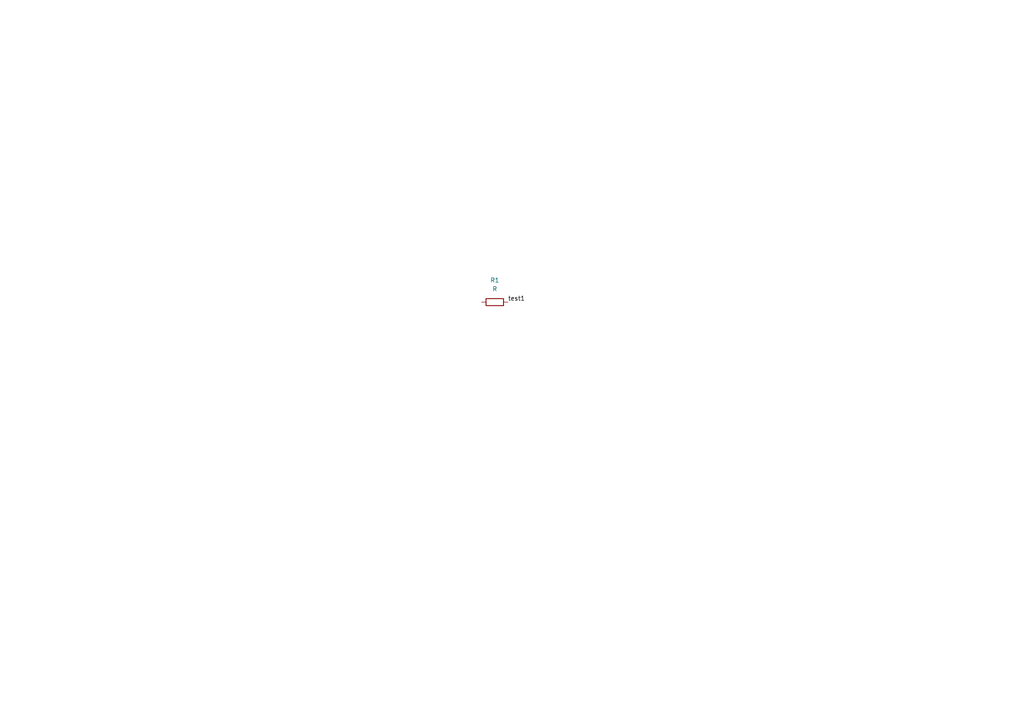
<source format=kicad_sch>
(kicad_sch (version 20250114) (generator "eeschema") (generator_version "9.0")
  (paper "A4")
  (lib_symbols
    (symbol "Device:R" (pin_numbers (hide yes)) (pin_names (offset 0))
      (property "Reference" "R" (at 2.032 0 90))
      (property "Value" "R" (at 0 0 90))
      (symbol "R_0_1"
        (rectangle (start -1.016 -2.54) (end 1.016 2.54) (stroke (width 0.254)))
      )
      (symbol "R_1_1"
        (pin passive line (at 0 3.81 270) (length 1.27) (name "~") (number "1"))
        (pin passive line (at 0 -3.81 90) (length 1.27) (name "~") (number "2"))
      )
    )
  )
  (label "test1" (at 147.32 87.63 0))
  (symbol (lib_id "Device:R") (at 143.51 87.63 90) (unit 1)
    (property "Reference" "R1" (at 143.51 81.28 90))
    (property "Value" "R" (at 143.51 83.82 90))
    (property "Description" "Resistor" (effects (hide yes)))
  )
)
</source>
